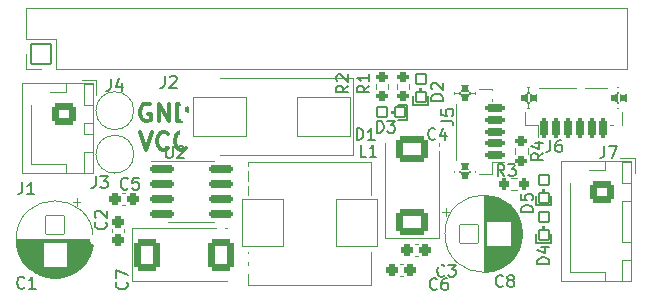
<source format=gbr>
%TF.GenerationSoftware,KiCad,Pcbnew,(6.0.1)*%
%TF.CreationDate,2023-01-01T20:52:33-08:00*%
%TF.ProjectId,RPi-Power R1,5250692d-506f-4776-9572-2052312e6b69,rev?*%
%TF.SameCoordinates,Original*%
%TF.FileFunction,Legend,Top*%
%TF.FilePolarity,Positive*%
%FSLAX46Y46*%
G04 Gerber Fmt 4.6, Leading zero omitted, Abs format (unit mm)*
G04 Created by KiCad (PCBNEW (6.0.1)) date 2023-01-01 20:52:33*
%MOMM*%
%LPD*%
G01*
G04 APERTURE LIST*
G04 Aperture macros list*
%AMRoundRect*
0 Rectangle with rounded corners*
0 $1 Rounding radius*
0 $2 $3 $4 $5 $6 $7 $8 $9 X,Y pos of 4 corners*
0 Add a 4 corners polygon primitive as box body*
4,1,4,$2,$3,$4,$5,$6,$7,$8,$9,$2,$3,0*
0 Add four circle primitives for the rounded corners*
1,1,$1+$1,$2,$3*
1,1,$1+$1,$4,$5*
1,1,$1+$1,$6,$7*
1,1,$1+$1,$8,$9*
0 Add four rect primitives between the rounded corners*
20,1,$1+$1,$2,$3,$4,$5,0*
20,1,$1+$1,$4,$5,$6,$7,0*
20,1,$1+$1,$6,$7,$8,$9,0*
20,1,$1+$1,$8,$9,$2,$3,0*%
G04 Aperture macros list end*
%ADD10C,0.300000*%
%ADD11C,0.150000*%
%ADD12C,0.120000*%
%ADD13RoundRect,0.250000X-0.275000X0.200000X-0.275000X-0.200000X0.275000X-0.200000X0.275000X0.200000X0*%
%ADD14RoundRect,0.250000X-0.200000X-0.275000X0.200000X-0.275000X0.200000X0.275000X-0.200000X0.275000X0*%
%ADD15RoundRect,0.101600X0.400000X0.400000X-0.400000X0.400000X-0.400000X-0.400000X0.400000X-0.400000X0*%
%ADD16RoundRect,0.200000X0.625000X-0.150000X0.625000X0.150000X-0.625000X0.150000X-0.625000X-0.150000X0*%
%ADD17RoundRect,0.300000X0.650000X-0.350000X0.650000X0.350000X-0.650000X0.350000X-0.650000X-0.350000X0*%
%ADD18RoundRect,0.101600X-0.400000X0.400000X-0.400000X-0.400000X0.400000X-0.400000X0.400000X0.400000X0*%
%ADD19RoundRect,0.275000X-0.250000X0.225000X-0.250000X-0.225000X0.250000X-0.225000X0.250000X0.225000X0*%
%ADD20RoundRect,0.050000X-0.800000X-0.800000X0.800000X-0.800000X0.800000X0.800000X-0.800000X0.800000X0*%
%ADD21C,1.700000*%
%ADD22RoundRect,0.200000X-0.150000X-0.625000X0.150000X-0.625000X0.150000X0.625000X-0.150000X0.625000X0*%
%ADD23RoundRect,0.300000X-0.350000X-0.650000X0.350000X-0.650000X0.350000X0.650000X-0.350000X0.650000X0*%
%ADD24RoundRect,0.300000X-0.725000X0.600000X-0.725000X-0.600000X0.725000X-0.600000X0.725000X0.600000X0*%
%ADD25O,2.050000X1.800000*%
%ADD26C,1.300000*%
%ADD27RoundRect,0.050000X0.850000X-0.850000X0.850000X0.850000X-0.850000X0.850000X-0.850000X-0.850000X0*%
%ADD28O,1.800000X1.800000*%
%ADD29RoundRect,0.300000X-0.750000X0.600000X-0.750000X-0.600000X0.750000X-0.600000X0.750000X0.600000X0*%
%ADD30O,2.100000X1.800000*%
%ADD31RoundRect,0.200000X-0.825000X-0.150000X0.825000X-0.150000X0.825000X0.150000X-0.825000X0.150000X0*%
%ADD32RoundRect,0.050000X-1.750000X-2.000000X1.750000X-2.000000X1.750000X2.000000X-1.750000X2.000000X0*%
%ADD33C,2.700000*%
%ADD34RoundRect,0.050000X-2.250000X1.650000X-2.250000X-1.650000X2.250000X-1.650000X2.250000X1.650000X0*%
%ADD35RoundRect,0.300000X-0.787500X-1.025000X0.787500X-1.025000X0.787500X1.025000X-0.787500X1.025000X0*%
%ADD36RoundRect,0.275000X-0.225000X-0.250000X0.225000X-0.250000X0.225000X0.250000X-0.225000X0.250000X0*%
%ADD37RoundRect,0.300000X1.025000X-0.787500X1.025000X0.787500X-1.025000X0.787500X-1.025000X-0.787500X0*%
%ADD38RoundRect,0.050000X-0.800000X0.800000X-0.800000X-0.800000X0.800000X-0.800000X0.800000X0.800000X0*%
%ADD39C,0.900000*%
G04 APERTURE END LIST*
D10*
X11760342Y16029100D02*
X11617485Y16100528D01*
X11403200Y16100528D01*
X11188914Y16029100D01*
X11046057Y15886242D01*
X10974628Y15743385D01*
X10903200Y15457671D01*
X10903200Y15243385D01*
X10974628Y14957671D01*
X11046057Y14814814D01*
X11188914Y14671957D01*
X11403200Y14600528D01*
X11546057Y14600528D01*
X11760342Y14671957D01*
X11831771Y14743385D01*
X11831771Y15243385D01*
X11546057Y15243385D01*
X12474628Y14600528D02*
X12474628Y16100528D01*
X13331771Y14600528D01*
X13331771Y16100528D01*
X14046057Y14600528D02*
X14046057Y16100528D01*
X14403200Y16100528D01*
X14617485Y16029100D01*
X14760342Y15886242D01*
X14831771Y15743385D01*
X14903200Y15457671D01*
X14903200Y15243385D01*
X14831771Y14957671D01*
X14760342Y14814814D01*
X14617485Y14671957D01*
X14403200Y14600528D01*
X14046057Y14600528D01*
X10903200Y13685528D02*
X11403200Y12185528D01*
X11903200Y13685528D01*
X13260342Y12328385D02*
X13188914Y12256957D01*
X12974628Y12185528D01*
X12831771Y12185528D01*
X12617485Y12256957D01*
X12474628Y12399814D01*
X12403200Y12542671D01*
X12331771Y12828385D01*
X12331771Y13042671D01*
X12403200Y13328385D01*
X12474628Y13471242D01*
X12617485Y13614100D01*
X12831771Y13685528D01*
X12974628Y13685528D01*
X13188914Y13614100D01*
X13260342Y13542671D01*
X14760342Y12328385D02*
X14688914Y12256957D01*
X14474628Y12185528D01*
X14331771Y12185528D01*
X14117485Y12256957D01*
X13974628Y12399814D01*
X13903200Y12542671D01*
X13831771Y12828385D01*
X13831771Y13042671D01*
X13903200Y13328385D01*
X13974628Y13471242D01*
X14117485Y13614100D01*
X14331771Y13685528D01*
X14474628Y13685528D01*
X14688914Y13614100D01*
X14760342Y13542671D01*
D11*
%TO.C,R4*%
X45029380Y11898333D02*
X44553190Y11565000D01*
X45029380Y11326904D02*
X44029380Y11326904D01*
X44029380Y11707857D01*
X44077000Y11803095D01*
X44124619Y11850714D01*
X44219857Y11898333D01*
X44362714Y11898333D01*
X44457952Y11850714D01*
X44505571Y11803095D01*
X44553190Y11707857D01*
X44553190Y11326904D01*
X44362714Y12755476D02*
X45029380Y12755476D01*
X43981761Y12517380D02*
X44696047Y12279285D01*
X44696047Y12898333D01*
%TO.C,R3*%
X41743333Y9961619D02*
X41410000Y10437809D01*
X41171904Y9961619D02*
X41171904Y10961619D01*
X41552857Y10961619D01*
X41648095Y10914000D01*
X41695714Y10866380D01*
X41743333Y10771142D01*
X41743333Y10628285D01*
X41695714Y10533047D01*
X41648095Y10485428D01*
X41552857Y10437809D01*
X41171904Y10437809D01*
X42076666Y10961619D02*
X42695714Y10961619D01*
X42362380Y10580666D01*
X42505238Y10580666D01*
X42600476Y10533047D01*
X42648095Y10485428D01*
X42695714Y10390190D01*
X42695714Y10152095D01*
X42648095Y10056857D01*
X42600476Y10009238D01*
X42505238Y9961619D01*
X42219523Y9961619D01*
X42124285Y10009238D01*
X42076666Y10056857D01*
%TO.C,D5*%
X44148380Y6939595D02*
X43148380Y6939595D01*
X43148380Y7177690D01*
X43196000Y7320547D01*
X43291238Y7415785D01*
X43386476Y7463404D01*
X43576952Y7511023D01*
X43719809Y7511023D01*
X43910285Y7463404D01*
X44005523Y7415785D01*
X44100761Y7320547D01*
X44148380Y7177690D01*
X44148380Y6939595D01*
X43148380Y8415785D02*
X43148380Y7939595D01*
X43624571Y7891976D01*
X43576952Y7939595D01*
X43529333Y8034833D01*
X43529333Y8272928D01*
X43576952Y8368166D01*
X43624571Y8415785D01*
X43719809Y8463404D01*
X43957904Y8463404D01*
X44053142Y8415785D01*
X44100761Y8368166D01*
X44148380Y8272928D01*
X44148380Y8034833D01*
X44100761Y7939595D01*
X44053142Y7891976D01*
%TO.C,D4*%
X45545380Y2494595D02*
X44545380Y2494595D01*
X44545380Y2732690D01*
X44593000Y2875547D01*
X44688238Y2970785D01*
X44783476Y3018404D01*
X44973952Y3066023D01*
X45116809Y3066023D01*
X45307285Y3018404D01*
X45402523Y2970785D01*
X45497761Y2875547D01*
X45545380Y2732690D01*
X45545380Y2494595D01*
X44878714Y3923166D02*
X45545380Y3923166D01*
X44497761Y3685071D02*
X45212047Y3446976D01*
X45212047Y4066023D01*
%TO.C,J5*%
X36409380Y14652666D02*
X37123666Y14652666D01*
X37266523Y14605047D01*
X37361761Y14509809D01*
X37409380Y14366952D01*
X37409380Y14271714D01*
X36409380Y15605047D02*
X36409380Y15128857D01*
X36885571Y15081238D01*
X36837952Y15128857D01*
X36790333Y15224095D01*
X36790333Y15462190D01*
X36837952Y15557428D01*
X36885571Y15605047D01*
X36980809Y15652666D01*
X37218904Y15652666D01*
X37314142Y15605047D01*
X37361761Y15557428D01*
X37409380Y15462190D01*
X37409380Y15224095D01*
X37361761Y15128857D01*
X37314142Y15081238D01*
%TO.C,R2*%
X28519380Y17613333D02*
X28043190Y17280000D01*
X28519380Y17041904D02*
X27519380Y17041904D01*
X27519380Y17422857D01*
X27567000Y17518095D01*
X27614619Y17565714D01*
X27709857Y17613333D01*
X27852714Y17613333D01*
X27947952Y17565714D01*
X27995571Y17518095D01*
X28043190Y17422857D01*
X28043190Y17041904D01*
X27614619Y17994285D02*
X27567000Y18041904D01*
X27519380Y18137142D01*
X27519380Y18375238D01*
X27567000Y18470476D01*
X27614619Y18518095D01*
X27709857Y18565714D01*
X27805095Y18565714D01*
X27947952Y18518095D01*
X28519380Y17946666D01*
X28519380Y18565714D01*
%TO.C,R1*%
X30297380Y17613333D02*
X29821190Y17280000D01*
X30297380Y17041904D02*
X29297380Y17041904D01*
X29297380Y17422857D01*
X29345000Y17518095D01*
X29392619Y17565714D01*
X29487857Y17613333D01*
X29630714Y17613333D01*
X29725952Y17565714D01*
X29773571Y17518095D01*
X29821190Y17422857D01*
X29821190Y17041904D01*
X30297380Y18565714D02*
X30297380Y17994285D01*
X30297380Y18280000D02*
X29297380Y18280000D01*
X29440238Y18184761D01*
X29535476Y18089523D01*
X29583095Y17994285D01*
%TO.C,D3*%
X30942595Y13636619D02*
X30942595Y14636619D01*
X31180690Y14636619D01*
X31323547Y14589000D01*
X31418785Y14493761D01*
X31466404Y14398523D01*
X31514023Y14208047D01*
X31514023Y14065190D01*
X31466404Y13874714D01*
X31418785Y13779476D01*
X31323547Y13684238D01*
X31180690Y13636619D01*
X30942595Y13636619D01*
X31847357Y14636619D02*
X32466404Y14636619D01*
X32133071Y14255666D01*
X32275928Y14255666D01*
X32371166Y14208047D01*
X32418785Y14160428D01*
X32466404Y14065190D01*
X32466404Y13827095D01*
X32418785Y13731857D01*
X32371166Y13684238D01*
X32275928Y13636619D01*
X31990214Y13636619D01*
X31894976Y13684238D01*
X31847357Y13731857D01*
%TO.C,D2*%
X36528380Y16349214D02*
X35528380Y16349214D01*
X35528380Y16587309D01*
X35576000Y16730166D01*
X35671238Y16825404D01*
X35766476Y16873023D01*
X35956952Y16920642D01*
X36099809Y16920642D01*
X36290285Y16873023D01*
X36385523Y16825404D01*
X36480761Y16730166D01*
X36528380Y16587309D01*
X36528380Y16349214D01*
X35623619Y17301595D02*
X35576000Y17349214D01*
X35528380Y17444452D01*
X35528380Y17682547D01*
X35576000Y17777785D01*
X35623619Y17825404D01*
X35718857Y17873023D01*
X35814095Y17873023D01*
X35956952Y17825404D01*
X36528380Y17253976D01*
X36528380Y17873023D01*
%TO.C,C2*%
X7977142Y6056333D02*
X8024761Y6008714D01*
X8072380Y5865857D01*
X8072380Y5770619D01*
X8024761Y5627761D01*
X7929523Y5532523D01*
X7834285Y5484904D01*
X7643809Y5437285D01*
X7500952Y5437285D01*
X7310476Y5484904D01*
X7215238Y5532523D01*
X7120000Y5627761D01*
X7072380Y5770619D01*
X7072380Y5865857D01*
X7120000Y6008714D01*
X7167619Y6056333D01*
X7167619Y6437285D02*
X7120000Y6484904D01*
X7072380Y6580142D01*
X7072380Y6818238D01*
X7120000Y6913476D01*
X7167619Y6961095D01*
X7262857Y7008714D01*
X7358095Y7008714D01*
X7500952Y6961095D01*
X8072380Y6389666D01*
X8072380Y7008714D01*
%TO.C,C8*%
X41616333Y658857D02*
X41568714Y611238D01*
X41425857Y563619D01*
X41330619Y563619D01*
X41187761Y611238D01*
X41092523Y706476D01*
X41044904Y801714D01*
X40997285Y992190D01*
X40997285Y1135047D01*
X41044904Y1325523D01*
X41092523Y1420761D01*
X41187761Y1516000D01*
X41330619Y1563619D01*
X41425857Y1563619D01*
X41568714Y1516000D01*
X41616333Y1468380D01*
X42187761Y1135047D02*
X42092523Y1182666D01*
X42044904Y1230285D01*
X41997285Y1325523D01*
X41997285Y1373142D01*
X42044904Y1468380D01*
X42092523Y1516000D01*
X42187761Y1563619D01*
X42378238Y1563619D01*
X42473476Y1516000D01*
X42521095Y1468380D01*
X42568714Y1373142D01*
X42568714Y1325523D01*
X42521095Y1230285D01*
X42473476Y1182666D01*
X42378238Y1135047D01*
X42187761Y1135047D01*
X42092523Y1087428D01*
X42044904Y1039809D01*
X41997285Y944571D01*
X41997285Y754095D01*
X42044904Y658857D01*
X42092523Y611238D01*
X42187761Y563619D01*
X42378238Y563619D01*
X42473476Y611238D01*
X42521095Y658857D01*
X42568714Y754095D01*
X42568714Y944571D01*
X42521095Y1039809D01*
X42473476Y1087428D01*
X42378238Y1135047D01*
%TO.C,J6*%
X45640666Y12993619D02*
X45640666Y12279333D01*
X45593047Y12136476D01*
X45497809Y12041238D01*
X45354952Y11993619D01*
X45259714Y11993619D01*
X46545428Y12993619D02*
X46354952Y12993619D01*
X46259714Y12946000D01*
X46212095Y12898380D01*
X46116857Y12755523D01*
X46069238Y12565047D01*
X46069238Y12184095D01*
X46116857Y12088857D01*
X46164476Y12041238D01*
X46259714Y11993619D01*
X46450190Y11993619D01*
X46545428Y12041238D01*
X46593047Y12088857D01*
X46640666Y12184095D01*
X46640666Y12422190D01*
X46593047Y12517428D01*
X46545428Y12565047D01*
X46450190Y12612666D01*
X46259714Y12612666D01*
X46164476Y12565047D01*
X46116857Y12517428D01*
X46069238Y12422190D01*
%TO.C,J7*%
X50212666Y12485619D02*
X50212666Y11771333D01*
X50165047Y11628476D01*
X50069809Y11533238D01*
X49926952Y11485619D01*
X49831714Y11485619D01*
X50593619Y12485619D02*
X51260285Y12485619D01*
X50831714Y11485619D01*
%TO.C,J2*%
X13001666Y18454619D02*
X13001666Y17740333D01*
X12954047Y17597476D01*
X12858809Y17502238D01*
X12715952Y17454619D01*
X12620714Y17454619D01*
X13430238Y18359380D02*
X13477857Y18407000D01*
X13573095Y18454619D01*
X13811190Y18454619D01*
X13906428Y18407000D01*
X13954047Y18359380D01*
X14001666Y18264142D01*
X14001666Y18168904D01*
X13954047Y18026047D01*
X13382619Y17454619D01*
X14001666Y17454619D01*
%TO.C,J1*%
X936666Y9437619D02*
X936666Y8723333D01*
X889047Y8580476D01*
X793809Y8485238D01*
X650952Y8437619D01*
X555714Y8437619D01*
X1936666Y8437619D02*
X1365238Y8437619D01*
X1650952Y8437619D02*
X1650952Y9437619D01*
X1555714Y9294761D01*
X1460476Y9199523D01*
X1365238Y9151904D01*
%TO.C,U2*%
X13081095Y12485619D02*
X13081095Y11676095D01*
X13128714Y11580857D01*
X13176333Y11533238D01*
X13271571Y11485619D01*
X13462047Y11485619D01*
X13557285Y11533238D01*
X13604904Y11580857D01*
X13652523Y11676095D01*
X13652523Y12485619D01*
X14081095Y12390380D02*
X14128714Y12438000D01*
X14223952Y12485619D01*
X14462047Y12485619D01*
X14557285Y12438000D01*
X14604904Y12390380D01*
X14652523Y12295142D01*
X14652523Y12199904D01*
X14604904Y12057047D01*
X14033476Y11485619D01*
X14652523Y11485619D01*
%TO.C,L1*%
X30059333Y11612619D02*
X29583142Y11612619D01*
X29583142Y12612619D01*
X30916476Y11612619D02*
X30345047Y11612619D01*
X30630761Y11612619D02*
X30630761Y12612619D01*
X30535523Y12469761D01*
X30440285Y12374523D01*
X30345047Y12326904D01*
%TO.C,J4*%
X8429666Y18200619D02*
X8429666Y17486333D01*
X8382047Y17343476D01*
X8286809Y17248238D01*
X8143952Y17200619D01*
X8048714Y17200619D01*
X9334428Y17867285D02*
X9334428Y17200619D01*
X9096333Y18248238D02*
X8858238Y17533952D01*
X9477285Y17533952D01*
%TO.C,J3*%
X7159666Y9945619D02*
X7159666Y9231333D01*
X7112047Y9088476D01*
X7016809Y8993238D01*
X6873952Y8945619D01*
X6778714Y8945619D01*
X7540619Y9945619D02*
X8159666Y9945619D01*
X7826333Y9564666D01*
X7969190Y9564666D01*
X8064428Y9517047D01*
X8112047Y9469428D01*
X8159666Y9374190D01*
X8159666Y9136095D01*
X8112047Y9040857D01*
X8064428Y8993238D01*
X7969190Y8945619D01*
X7683476Y8945619D01*
X7588238Y8993238D01*
X7540619Y9040857D01*
%TO.C,D1*%
X29233904Y13009619D02*
X29233904Y14009619D01*
X29472000Y14009619D01*
X29614857Y13962000D01*
X29710095Y13866761D01*
X29757714Y13771523D01*
X29805333Y13581047D01*
X29805333Y13438190D01*
X29757714Y13247714D01*
X29710095Y13152476D01*
X29614857Y13057238D01*
X29472000Y13009619D01*
X29233904Y13009619D01*
X30757714Y13009619D02*
X30186285Y13009619D01*
X30472000Y13009619D02*
X30472000Y14009619D01*
X30376761Y13866761D01*
X30281523Y13771523D01*
X30186285Y13723904D01*
%TO.C,C7*%
X9755142Y976333D02*
X9802761Y928714D01*
X9850380Y785857D01*
X9850380Y690619D01*
X9802761Y547761D01*
X9707523Y452523D01*
X9612285Y404904D01*
X9421809Y357285D01*
X9278952Y357285D01*
X9088476Y404904D01*
X8993238Y452523D01*
X8898000Y547761D01*
X8850380Y690619D01*
X8850380Y785857D01*
X8898000Y928714D01*
X8945619Y976333D01*
X8850380Y1309666D02*
X8850380Y1976333D01*
X9850380Y1547761D01*
%TO.C,C6*%
X36028333Y404857D02*
X35980714Y357238D01*
X35837857Y309619D01*
X35742619Y309619D01*
X35599761Y357238D01*
X35504523Y452476D01*
X35456904Y547714D01*
X35409285Y738190D01*
X35409285Y881047D01*
X35456904Y1071523D01*
X35504523Y1166761D01*
X35599761Y1262000D01*
X35742619Y1309619D01*
X35837857Y1309619D01*
X35980714Y1262000D01*
X36028333Y1214380D01*
X36885476Y1309619D02*
X36695000Y1309619D01*
X36599761Y1262000D01*
X36552142Y1214380D01*
X36456904Y1071523D01*
X36409285Y881047D01*
X36409285Y500095D01*
X36456904Y404857D01*
X36504523Y357238D01*
X36599761Y309619D01*
X36790238Y309619D01*
X36885476Y357238D01*
X36933095Y404857D01*
X36980714Y500095D01*
X36980714Y738190D01*
X36933095Y833428D01*
X36885476Y881047D01*
X36790238Y928666D01*
X36599761Y928666D01*
X36504523Y881047D01*
X36456904Y833428D01*
X36409285Y738190D01*
%TO.C,C5*%
X9866333Y8913857D02*
X9818714Y8866238D01*
X9675857Y8818619D01*
X9580619Y8818619D01*
X9437761Y8866238D01*
X9342523Y8961476D01*
X9294904Y9056714D01*
X9247285Y9247190D01*
X9247285Y9390047D01*
X9294904Y9580523D01*
X9342523Y9675761D01*
X9437761Y9771000D01*
X9580619Y9818619D01*
X9675857Y9818619D01*
X9818714Y9771000D01*
X9866333Y9723380D01*
X10771095Y9818619D02*
X10294904Y9818619D01*
X10247285Y9342428D01*
X10294904Y9390047D01*
X10390142Y9437666D01*
X10628238Y9437666D01*
X10723476Y9390047D01*
X10771095Y9342428D01*
X10818714Y9247190D01*
X10818714Y9009095D01*
X10771095Y8913857D01*
X10723476Y8866238D01*
X10628238Y8818619D01*
X10390142Y8818619D01*
X10294904Y8866238D01*
X10247285Y8913857D01*
%TO.C,C4*%
X35901333Y13104857D02*
X35853714Y13057238D01*
X35710857Y13009619D01*
X35615619Y13009619D01*
X35472761Y13057238D01*
X35377523Y13152476D01*
X35329904Y13247714D01*
X35282285Y13438190D01*
X35282285Y13581047D01*
X35329904Y13771523D01*
X35377523Y13866761D01*
X35472761Y13962000D01*
X35615619Y14009619D01*
X35710857Y14009619D01*
X35853714Y13962000D01*
X35901333Y13914380D01*
X36758476Y13676285D02*
X36758476Y13009619D01*
X36520380Y14057238D02*
X36282285Y13342952D01*
X36901333Y13342952D01*
%TO.C,C3*%
X36663333Y1547857D02*
X36615714Y1500238D01*
X36472857Y1452619D01*
X36377619Y1452619D01*
X36234761Y1500238D01*
X36139523Y1595476D01*
X36091904Y1690714D01*
X36044285Y1881190D01*
X36044285Y2024047D01*
X36091904Y2214523D01*
X36139523Y2309761D01*
X36234761Y2405000D01*
X36377619Y2452619D01*
X36472857Y2452619D01*
X36615714Y2405000D01*
X36663333Y2357380D01*
X36996666Y2452619D02*
X37615714Y2452619D01*
X37282380Y2071666D01*
X37425238Y2071666D01*
X37520476Y2024047D01*
X37568095Y1976428D01*
X37615714Y1881190D01*
X37615714Y1643095D01*
X37568095Y1547857D01*
X37520476Y1500238D01*
X37425238Y1452619D01*
X37139523Y1452619D01*
X37044285Y1500238D01*
X36996666Y1547857D01*
%TO.C,C1*%
X1103333Y531857D02*
X1055714Y484238D01*
X912857Y436619D01*
X817619Y436619D01*
X674761Y484238D01*
X579523Y579476D01*
X531904Y674714D01*
X484285Y865190D01*
X484285Y1008047D01*
X531904Y1198523D01*
X579523Y1293761D01*
X674761Y1389000D01*
X817619Y1436619D01*
X912857Y1436619D01*
X1055714Y1389000D01*
X1103333Y1341380D01*
X2055714Y436619D02*
X1484285Y436619D01*
X1770000Y436619D02*
X1770000Y1436619D01*
X1674761Y1293761D01*
X1579523Y1198523D01*
X1484285Y1150904D01*
D12*
%TO.C,R4*%
X43702500Y12302258D02*
X43702500Y11827742D01*
X42657500Y12302258D02*
X42657500Y11827742D01*
%TO.C,R3*%
X42307742Y8748500D02*
X42782258Y8748500D01*
X42307742Y9793500D02*
X42782258Y9793500D01*
D11*
%TO.C,D5*%
X44450000Y7493000D02*
X44450000Y8255000D01*
X45720000Y7493000D02*
X44450000Y7493000D01*
X45720000Y8255000D02*
X45720000Y7493000D01*
G36*
X45210000Y8640000D02*
G01*
X44960000Y8640000D01*
X44960000Y8890000D01*
X45210000Y8890000D01*
X45210000Y8640000D01*
G37*
%TO.C,D4*%
G36*
X45210000Y5465000D02*
G01*
X44960000Y5465000D01*
X44960000Y5715000D01*
X45210000Y5715000D01*
X45210000Y5465000D01*
G37*
X45720000Y5080000D02*
X45720000Y4318000D01*
X45720000Y4318000D02*
X44450000Y4318000D01*
X44450000Y4318000D02*
X44450000Y5080000D01*
D12*
%TO.C,J5*%
X39584000Y10106000D02*
X40734000Y10106000D01*
X40734000Y17326000D02*
X40734000Y16276000D01*
X40734000Y11156000D02*
X41724000Y11156000D01*
X40734000Y10106000D02*
X40734000Y11156000D01*
X37614000Y11276000D02*
X37614000Y16156000D01*
X39584000Y17326000D02*
X40734000Y17326000D01*
%TO.C,R2*%
X30846500Y17763258D02*
X30846500Y17288742D01*
X31891500Y17763258D02*
X31891500Y17288742D01*
%TO.C,R1*%
X32624500Y17763258D02*
X32624500Y17288742D01*
X33669500Y17763258D02*
X33669500Y17288742D01*
%TO.C,D3*%
G36*
X32381000Y15242000D02*
G01*
X32131000Y15242000D01*
X32131000Y15492000D01*
X32381000Y15492000D01*
X32381000Y15242000D01*
G37*
D11*
X32766000Y16002000D02*
X33528000Y16002000D01*
X33528000Y16002000D02*
X33528000Y14732000D01*
X33528000Y14732000D02*
X32766000Y14732000D01*
%TO.C,D2*%
G36*
X34796000Y17137000D02*
G01*
X34546000Y17137000D01*
X34546000Y17387000D01*
X34796000Y17387000D01*
X34796000Y17137000D01*
G37*
X35306000Y16752000D02*
X35306000Y15990000D01*
X35306000Y15990000D02*
X34036000Y15990000D01*
X34036000Y15990000D02*
X34036000Y16752000D01*
D12*
%TO.C,C2*%
X8507000Y5474580D02*
X8507000Y5193420D01*
X9527000Y5474580D02*
X9527000Y5193420D01*
%TO.C,C8*%
X43255000Y5080000D02*
G75*
G03*
X43255000Y5080000I-3270000J0D01*
G01*
X39985000Y8310000D02*
X39985000Y1850000D01*
X40025000Y8310000D02*
X40025000Y1850000D01*
X40065000Y8310000D02*
X40065000Y1850000D01*
X40105000Y8308000D02*
X40105000Y1852000D01*
X40145000Y8307000D02*
X40145000Y1853000D01*
X40185000Y8304000D02*
X40185000Y1856000D01*
X40225000Y8302000D02*
X40225000Y6120000D01*
X40225000Y4040000D02*
X40225000Y1858000D01*
X40265000Y8298000D02*
X40265000Y6120000D01*
X40265000Y4040000D02*
X40265000Y1862000D01*
X40305000Y8295000D02*
X40305000Y6120000D01*
X40305000Y4040000D02*
X40305000Y1865000D01*
X40345000Y8291000D02*
X40345000Y6120000D01*
X40345000Y4040000D02*
X40345000Y1869000D01*
X40385000Y8286000D02*
X40385000Y6120000D01*
X40385000Y4040000D02*
X40385000Y1874000D01*
X40425000Y8281000D02*
X40425000Y6120000D01*
X40425000Y4040000D02*
X40425000Y1879000D01*
X40465000Y8275000D02*
X40465000Y6120000D01*
X40465000Y4040000D02*
X40465000Y1885000D01*
X40505000Y8269000D02*
X40505000Y6120000D01*
X40505000Y4040000D02*
X40505000Y1891000D01*
X40545000Y8262000D02*
X40545000Y6120000D01*
X40545000Y4040000D02*
X40545000Y1898000D01*
X40585000Y8255000D02*
X40585000Y6120000D01*
X40585000Y4040000D02*
X40585000Y1905000D01*
X40625000Y8247000D02*
X40625000Y6120000D01*
X40625000Y4040000D02*
X40625000Y1913000D01*
X40665000Y8239000D02*
X40665000Y6120000D01*
X40665000Y4040000D02*
X40665000Y1921000D01*
X40706000Y8230000D02*
X40706000Y6120000D01*
X40706000Y4040000D02*
X40706000Y1930000D01*
X40746000Y8221000D02*
X40746000Y6120000D01*
X40746000Y4040000D02*
X40746000Y1939000D01*
X40786000Y8211000D02*
X40786000Y6120000D01*
X40786000Y4040000D02*
X40786000Y1949000D01*
X40826000Y8201000D02*
X40826000Y6120000D01*
X40826000Y4040000D02*
X40826000Y1959000D01*
X40866000Y8190000D02*
X40866000Y6120000D01*
X40866000Y4040000D02*
X40866000Y1970000D01*
X40906000Y8178000D02*
X40906000Y6120000D01*
X40906000Y4040000D02*
X40906000Y1982000D01*
X40946000Y8166000D02*
X40946000Y6120000D01*
X40946000Y4040000D02*
X40946000Y1994000D01*
X40986000Y8154000D02*
X40986000Y6120000D01*
X40986000Y4040000D02*
X40986000Y2006000D01*
X41026000Y8141000D02*
X41026000Y6120000D01*
X41026000Y4040000D02*
X41026000Y2019000D01*
X41066000Y8127000D02*
X41066000Y6120000D01*
X41066000Y4040000D02*
X41066000Y2033000D01*
X41106000Y8113000D02*
X41106000Y6120000D01*
X41106000Y4040000D02*
X41106000Y2047000D01*
X41146000Y8098000D02*
X41146000Y6120000D01*
X41146000Y4040000D02*
X41146000Y2062000D01*
X41186000Y8082000D02*
X41186000Y6120000D01*
X41186000Y4040000D02*
X41186000Y2078000D01*
X41226000Y8066000D02*
X41226000Y6120000D01*
X41226000Y4040000D02*
X41226000Y2094000D01*
X41266000Y8050000D02*
X41266000Y6120000D01*
X41266000Y4040000D02*
X41266000Y2110000D01*
X41306000Y8032000D02*
X41306000Y6120000D01*
X41306000Y4040000D02*
X41306000Y2128000D01*
X41346000Y8014000D02*
X41346000Y6120000D01*
X41346000Y4040000D02*
X41346000Y2146000D01*
X41386000Y7996000D02*
X41386000Y6120000D01*
X41386000Y4040000D02*
X41386000Y2164000D01*
X41426000Y7976000D02*
X41426000Y6120000D01*
X41426000Y4040000D02*
X41426000Y2184000D01*
X41466000Y7956000D02*
X41466000Y6120000D01*
X41466000Y4040000D02*
X41466000Y2204000D01*
X41506000Y7936000D02*
X41506000Y6120000D01*
X41506000Y4040000D02*
X41506000Y2224000D01*
X41546000Y7914000D02*
X41546000Y6120000D01*
X41546000Y4040000D02*
X41546000Y2246000D01*
X41586000Y7892000D02*
X41586000Y6120000D01*
X41586000Y4040000D02*
X41586000Y2268000D01*
X41626000Y7870000D02*
X41626000Y6120000D01*
X41626000Y4040000D02*
X41626000Y2290000D01*
X41666000Y7846000D02*
X41666000Y6120000D01*
X41666000Y4040000D02*
X41666000Y2314000D01*
X41706000Y7822000D02*
X41706000Y6120000D01*
X41706000Y4040000D02*
X41706000Y2338000D01*
X41746000Y7796000D02*
X41746000Y6120000D01*
X41746000Y4040000D02*
X41746000Y2364000D01*
X41786000Y7770000D02*
X41786000Y6120000D01*
X41786000Y4040000D02*
X41786000Y2390000D01*
X41826000Y7744000D02*
X41826000Y6120000D01*
X41826000Y4040000D02*
X41826000Y2416000D01*
X41866000Y7716000D02*
X41866000Y6120000D01*
X41866000Y4040000D02*
X41866000Y2444000D01*
X41906000Y7687000D02*
X41906000Y6120000D01*
X41906000Y4040000D02*
X41906000Y2473000D01*
X41946000Y7658000D02*
X41946000Y6120000D01*
X41946000Y4040000D02*
X41946000Y2502000D01*
X41986000Y7628000D02*
X41986000Y6120000D01*
X41986000Y4040000D02*
X41986000Y2532000D01*
X42026000Y7596000D02*
X42026000Y6120000D01*
X42026000Y4040000D02*
X42026000Y2564000D01*
X42066000Y7564000D02*
X42066000Y6120000D01*
X42066000Y4040000D02*
X42066000Y2596000D01*
X42106000Y7530000D02*
X42106000Y6120000D01*
X42106000Y4040000D02*
X42106000Y2630000D01*
X42146000Y7496000D02*
X42146000Y6120000D01*
X42146000Y4040000D02*
X42146000Y2664000D01*
X42186000Y7460000D02*
X42186000Y6120000D01*
X42186000Y4040000D02*
X42186000Y2700000D01*
X42226000Y7423000D02*
X42226000Y6120000D01*
X42226000Y4040000D02*
X42226000Y2737000D01*
X42266000Y7385000D02*
X42266000Y6120000D01*
X42266000Y4040000D02*
X42266000Y2775000D01*
X42306000Y7345000D02*
X42306000Y2815000D01*
X42346000Y7304000D02*
X42346000Y2856000D01*
X42386000Y7262000D02*
X42386000Y2898000D01*
X42426000Y7217000D02*
X42426000Y2943000D01*
X42466000Y7172000D02*
X42466000Y2988000D01*
X42506000Y7124000D02*
X42506000Y3036000D01*
X42546000Y7075000D02*
X42546000Y3085000D01*
X42586000Y7024000D02*
X42586000Y3136000D01*
X42626000Y6970000D02*
X42626000Y3190000D01*
X42666000Y6914000D02*
X42666000Y3246000D01*
X42706000Y6856000D02*
X42706000Y3304000D01*
X42746000Y6794000D02*
X42746000Y3366000D01*
X42786000Y6730000D02*
X42786000Y3430000D01*
X42826000Y6661000D02*
X42826000Y3499000D01*
X42866000Y6589000D02*
X42866000Y3571000D01*
X42906000Y6512000D02*
X42906000Y3648000D01*
X42946000Y6430000D02*
X42946000Y3730000D01*
X42986000Y6342000D02*
X42986000Y3818000D01*
X43026000Y6245000D02*
X43026000Y3915000D01*
X43066000Y6139000D02*
X43066000Y4021000D01*
X43106000Y6020000D02*
X43106000Y4140000D01*
X43146000Y5882000D02*
X43146000Y4278000D01*
X43186000Y5713000D02*
X43186000Y4447000D01*
X43226000Y5482000D02*
X43226000Y4678000D01*
X36484759Y6919000D02*
X37114759Y6919000D01*
X36799759Y7234000D02*
X36799759Y6604000D01*
%TO.C,J6*%
X43515000Y15407000D02*
X43515000Y14257000D01*
X43515000Y14257000D02*
X44565000Y14257000D01*
X44565000Y14257000D02*
X44565000Y13267000D01*
X51735000Y15407000D02*
X51735000Y14257000D01*
X51735000Y14257000D02*
X50685000Y14257000D01*
X44685000Y17377000D02*
X50565000Y17377000D01*
%TO.C,J7*%
X52498000Y11196000D02*
X46528000Y11196000D01*
X46528000Y11196000D02*
X46528000Y1076000D01*
X46528000Y1076000D02*
X52498000Y1076000D01*
X52498000Y1076000D02*
X52498000Y11196000D01*
X52488000Y7886000D02*
X51738000Y7886000D01*
X51738000Y7886000D02*
X51738000Y4386000D01*
X51738000Y4386000D02*
X52488000Y4386000D01*
X52488000Y4386000D02*
X52488000Y7886000D01*
X52488000Y11186000D02*
X51738000Y11186000D01*
X51738000Y11186000D02*
X51738000Y9386000D01*
X51738000Y9386000D02*
X52488000Y9386000D01*
X52488000Y9386000D02*
X52488000Y11186000D01*
X52488000Y2886000D02*
X51738000Y2886000D01*
X51738000Y2886000D02*
X51738000Y1086000D01*
X51738000Y1086000D02*
X52488000Y1086000D01*
X52488000Y1086000D02*
X52488000Y2886000D01*
X50238000Y11186000D02*
X50238000Y10436000D01*
X50238000Y10436000D02*
X48898000Y10436000D01*
X47288000Y6136000D02*
X47288000Y9376000D01*
X50238000Y1086000D02*
X50238000Y1836000D01*
X50238000Y1836000D02*
X47288000Y1836000D01*
X47288000Y1836000D02*
X47288000Y6136000D01*
X52788000Y10236000D02*
X52788000Y11486000D01*
X52788000Y11486000D02*
X51538000Y11486000D01*
%TO.C,J2*%
X52130000Y18990000D02*
X52130000Y24190000D01*
X3810000Y18990000D02*
X52130000Y18990000D01*
X1210000Y24190000D02*
X52130000Y24190000D01*
X3810000Y18990000D02*
X3810000Y21590000D01*
X3810000Y21590000D02*
X1210000Y21590000D01*
X1210000Y21590000D02*
X1210000Y24190000D01*
X2540000Y18990000D02*
X1210000Y18990000D01*
X1210000Y18990000D02*
X1210000Y20320000D01*
%TO.C,J1*%
X6905000Y17800000D02*
X935000Y17800000D01*
X935000Y17800000D02*
X935000Y10180000D01*
X935000Y10180000D02*
X6905000Y10180000D01*
X6905000Y10180000D02*
X6905000Y17800000D01*
X6895000Y14490000D02*
X6145000Y14490000D01*
X6145000Y14490000D02*
X6145000Y13490000D01*
X6145000Y13490000D02*
X6895000Y13490000D01*
X6895000Y13490000D02*
X6895000Y14490000D01*
X6895000Y17790000D02*
X6145000Y17790000D01*
X6145000Y17790000D02*
X6145000Y15990000D01*
X6145000Y15990000D02*
X6895000Y15990000D01*
X6895000Y15990000D02*
X6895000Y17790000D01*
X6895000Y11990000D02*
X6145000Y11990000D01*
X6145000Y11990000D02*
X6145000Y10190000D01*
X6145000Y10190000D02*
X6895000Y10190000D01*
X6895000Y10190000D02*
X6895000Y11990000D01*
X4645000Y17790000D02*
X4645000Y17040000D01*
X4645000Y17040000D02*
X3305000Y17040000D01*
X1695000Y13990000D02*
X1695000Y15980000D01*
X4645000Y10190000D02*
X4645000Y10940000D01*
X4645000Y10940000D02*
X1695000Y10940000D01*
X1695000Y10940000D02*
X1695000Y13990000D01*
X7195000Y16840000D02*
X7195000Y18090000D01*
X7195000Y18090000D02*
X5945000Y18090000D01*
%TO.C,U2*%
X15240000Y6076000D02*
X17190000Y6076000D01*
X15240000Y6076000D02*
X13290000Y6076000D01*
X15240000Y11196000D02*
X17190000Y11196000D01*
X15240000Y11196000D02*
X11790000Y11196000D01*
%TO.C,L1*%
X20073000Y3569000D02*
X20073000Y769000D01*
X20073000Y769000D02*
X30473000Y769000D01*
X30473000Y769000D02*
X30473000Y3569000D01*
X20073000Y8369000D02*
X20073000Y11169000D01*
X20073000Y11169000D02*
X30473000Y11169000D01*
X30473000Y11169000D02*
X30473000Y8369000D01*
%TO.C,J4*%
X10363781Y15494000D02*
G75*
G03*
X10363781Y15494000I-1600781J0D01*
G01*
%TO.C,J3*%
X10363781Y11811000D02*
G75*
G03*
X10363781Y11811000I-1600781J0D01*
G01*
%TO.C,D1*%
X28898000Y18236000D02*
X28898000Y11736000D01*
X28898000Y18236000D02*
X17698000Y18236000D01*
X28898000Y11736000D02*
X17698000Y11736000D01*
%TO.C,C7*%
X18255000Y5562000D02*
X10195000Y5562000D01*
X10195000Y5562000D02*
X10195000Y1042000D01*
X10195000Y1042000D02*
X18255000Y1042000D01*
%TO.C,C6*%
X32879420Y2542000D02*
X33160580Y2542000D01*
X32879420Y1522000D02*
X33160580Y1522000D01*
%TO.C,C5*%
X9384420Y8511000D02*
X9665580Y8511000D01*
X9384420Y7491000D02*
X9665580Y7491000D01*
%TO.C,C4*%
X31649000Y12794000D02*
X31649000Y4734000D01*
X31649000Y4734000D02*
X36169000Y4734000D01*
X36169000Y4734000D02*
X36169000Y12794000D01*
%TO.C,C3*%
X34149420Y4193000D02*
X34430580Y4193000D01*
X34149420Y3173000D02*
X34430580Y3173000D01*
%TO.C,C1*%
X6953000Y4592000D02*
G75*
G03*
X6953000Y4592000I-3270000J0D01*
G01*
X6913000Y4592000D02*
X453000Y4592000D01*
X6913000Y4552000D02*
X453000Y4552000D01*
X6913000Y4512000D02*
X453000Y4512000D01*
X6911000Y4472000D02*
X455000Y4472000D01*
X6910000Y4432000D02*
X456000Y4432000D01*
X6907000Y4392000D02*
X459000Y4392000D01*
X6905000Y4352000D02*
X4723000Y4352000D01*
X2643000Y4352000D02*
X461000Y4352000D01*
X6901000Y4312000D02*
X4723000Y4312000D01*
X2643000Y4312000D02*
X465000Y4312000D01*
X6898000Y4272000D02*
X4723000Y4272000D01*
X2643000Y4272000D02*
X468000Y4272000D01*
X6894000Y4232000D02*
X4723000Y4232000D01*
X2643000Y4232000D02*
X472000Y4232000D01*
X6889000Y4192000D02*
X4723000Y4192000D01*
X2643000Y4192000D02*
X477000Y4192000D01*
X6884000Y4152000D02*
X4723000Y4152000D01*
X2643000Y4152000D02*
X482000Y4152000D01*
X6878000Y4112000D02*
X4723000Y4112000D01*
X2643000Y4112000D02*
X488000Y4112000D01*
X6872000Y4072000D02*
X4723000Y4072000D01*
X2643000Y4072000D02*
X494000Y4072000D01*
X6865000Y4032000D02*
X4723000Y4032000D01*
X2643000Y4032000D02*
X501000Y4032000D01*
X6858000Y3992000D02*
X4723000Y3992000D01*
X2643000Y3992000D02*
X508000Y3992000D01*
X6850000Y3952000D02*
X4723000Y3952000D01*
X2643000Y3952000D02*
X516000Y3952000D01*
X6842000Y3912000D02*
X4723000Y3912000D01*
X2643000Y3912000D02*
X524000Y3912000D01*
X6833000Y3871000D02*
X4723000Y3871000D01*
X2643000Y3871000D02*
X533000Y3871000D01*
X6824000Y3831000D02*
X4723000Y3831000D01*
X2643000Y3831000D02*
X542000Y3831000D01*
X6814000Y3791000D02*
X4723000Y3791000D01*
X2643000Y3791000D02*
X552000Y3791000D01*
X6804000Y3751000D02*
X4723000Y3751000D01*
X2643000Y3751000D02*
X562000Y3751000D01*
X6793000Y3711000D02*
X4723000Y3711000D01*
X2643000Y3711000D02*
X573000Y3711000D01*
X6781000Y3671000D02*
X4723000Y3671000D01*
X2643000Y3671000D02*
X585000Y3671000D01*
X6769000Y3631000D02*
X4723000Y3631000D01*
X2643000Y3631000D02*
X597000Y3631000D01*
X6757000Y3591000D02*
X4723000Y3591000D01*
X2643000Y3591000D02*
X609000Y3591000D01*
X6744000Y3551000D02*
X4723000Y3551000D01*
X2643000Y3551000D02*
X622000Y3551000D01*
X6730000Y3511000D02*
X4723000Y3511000D01*
X2643000Y3511000D02*
X636000Y3511000D01*
X6716000Y3471000D02*
X4723000Y3471000D01*
X2643000Y3471000D02*
X650000Y3471000D01*
X6701000Y3431000D02*
X4723000Y3431000D01*
X2643000Y3431000D02*
X665000Y3431000D01*
X6685000Y3391000D02*
X4723000Y3391000D01*
X2643000Y3391000D02*
X681000Y3391000D01*
X6669000Y3351000D02*
X4723000Y3351000D01*
X2643000Y3351000D02*
X697000Y3351000D01*
X6653000Y3311000D02*
X4723000Y3311000D01*
X2643000Y3311000D02*
X713000Y3311000D01*
X6635000Y3271000D02*
X4723000Y3271000D01*
X2643000Y3271000D02*
X731000Y3271000D01*
X6617000Y3231000D02*
X4723000Y3231000D01*
X2643000Y3231000D02*
X749000Y3231000D01*
X6599000Y3191000D02*
X4723000Y3191000D01*
X2643000Y3191000D02*
X767000Y3191000D01*
X6579000Y3151000D02*
X4723000Y3151000D01*
X2643000Y3151000D02*
X787000Y3151000D01*
X6559000Y3111000D02*
X4723000Y3111000D01*
X2643000Y3111000D02*
X807000Y3111000D01*
X6539000Y3071000D02*
X4723000Y3071000D01*
X2643000Y3071000D02*
X827000Y3071000D01*
X6517000Y3031000D02*
X4723000Y3031000D01*
X2643000Y3031000D02*
X849000Y3031000D01*
X6495000Y2991000D02*
X4723000Y2991000D01*
X2643000Y2991000D02*
X871000Y2991000D01*
X6473000Y2951000D02*
X4723000Y2951000D01*
X2643000Y2951000D02*
X893000Y2951000D01*
X6449000Y2911000D02*
X4723000Y2911000D01*
X2643000Y2911000D02*
X917000Y2911000D01*
X6425000Y2871000D02*
X4723000Y2871000D01*
X2643000Y2871000D02*
X941000Y2871000D01*
X6399000Y2831000D02*
X4723000Y2831000D01*
X2643000Y2831000D02*
X967000Y2831000D01*
X6373000Y2791000D02*
X4723000Y2791000D01*
X2643000Y2791000D02*
X993000Y2791000D01*
X6347000Y2751000D02*
X4723000Y2751000D01*
X2643000Y2751000D02*
X1019000Y2751000D01*
X6319000Y2711000D02*
X4723000Y2711000D01*
X2643000Y2711000D02*
X1047000Y2711000D01*
X6290000Y2671000D02*
X4723000Y2671000D01*
X2643000Y2671000D02*
X1076000Y2671000D01*
X6261000Y2631000D02*
X4723000Y2631000D01*
X2643000Y2631000D02*
X1105000Y2631000D01*
X6231000Y2591000D02*
X4723000Y2591000D01*
X2643000Y2591000D02*
X1135000Y2591000D01*
X6199000Y2551000D02*
X4723000Y2551000D01*
X2643000Y2551000D02*
X1167000Y2551000D01*
X6167000Y2511000D02*
X4723000Y2511000D01*
X2643000Y2511000D02*
X1199000Y2511000D01*
X6133000Y2471000D02*
X4723000Y2471000D01*
X2643000Y2471000D02*
X1233000Y2471000D01*
X6099000Y2431000D02*
X4723000Y2431000D01*
X2643000Y2431000D02*
X1267000Y2431000D01*
X6063000Y2391000D02*
X4723000Y2391000D01*
X2643000Y2391000D02*
X1303000Y2391000D01*
X6026000Y2351000D02*
X4723000Y2351000D01*
X2643000Y2351000D02*
X1340000Y2351000D01*
X5988000Y2311000D02*
X4723000Y2311000D01*
X2643000Y2311000D02*
X1378000Y2311000D01*
X5948000Y2271000D02*
X1418000Y2271000D01*
X5907000Y2231000D02*
X1459000Y2231000D01*
X5865000Y2191000D02*
X1501000Y2191000D01*
X5820000Y2151000D02*
X1546000Y2151000D01*
X5775000Y2111000D02*
X1591000Y2111000D01*
X5727000Y2071000D02*
X1639000Y2071000D01*
X5678000Y2031000D02*
X1688000Y2031000D01*
X5627000Y1991000D02*
X1739000Y1991000D01*
X5573000Y1951000D02*
X1793000Y1951000D01*
X5517000Y1911000D02*
X1849000Y1911000D01*
X5459000Y1871000D02*
X1907000Y1871000D01*
X5397000Y1831000D02*
X1969000Y1831000D01*
X5333000Y1791000D02*
X2033000Y1791000D01*
X5264000Y1751000D02*
X2102000Y1751000D01*
X5192000Y1711000D02*
X2174000Y1711000D01*
X5115000Y1671000D02*
X2251000Y1671000D01*
X5033000Y1631000D02*
X2333000Y1631000D01*
X4945000Y1591000D02*
X2421000Y1591000D01*
X4848000Y1551000D02*
X2518000Y1551000D01*
X4742000Y1511000D02*
X2624000Y1511000D01*
X4623000Y1471000D02*
X2743000Y1471000D01*
X4485000Y1431000D02*
X2881000Y1431000D01*
X4316000Y1391000D02*
X3050000Y1391000D01*
X4085000Y1351000D02*
X3281000Y1351000D01*
X5522000Y8092241D02*
X5522000Y7462241D01*
X5837000Y7777241D02*
X5207000Y7777241D01*
%TD*%
%LPC*%
D13*
%TO.C,R4*%
X43180000Y11240000D03*
X43180000Y12890000D03*
%TD*%
D14*
%TO.C,R3*%
X41720000Y9271000D03*
X43370000Y9271000D03*
%TD*%
D15*
%TO.C,D5*%
X45085000Y8140000D03*
X45085000Y9640000D03*
%TD*%
%TO.C,D4*%
X45085000Y6465000D03*
X45085000Y4965000D03*
%TD*%
D16*
%TO.C,J5*%
X40949000Y11716000D03*
X40949000Y12716000D03*
X40949000Y13716000D03*
X40949000Y14716000D03*
X40949000Y15716000D03*
D17*
X38424000Y17016000D03*
X38424000Y10416000D03*
%TD*%
D13*
%TO.C,R2*%
X31369000Y18351000D03*
X31369000Y16701000D03*
%TD*%
%TO.C,R1*%
X33147000Y18351000D03*
X33147000Y16701000D03*
%TD*%
D18*
%TO.C,D3*%
X32881000Y15367000D03*
X31381000Y15367000D03*
%TD*%
D15*
%TO.C,D2*%
X34671000Y16637000D03*
X34671000Y18137000D03*
%TD*%
D19*
%TO.C,C2*%
X9017000Y6109000D03*
X9017000Y4559000D03*
%TD*%
D20*
%TO.C,C8*%
X38735000Y5080000D03*
D21*
X41235000Y5080000D03*
%TD*%
D22*
%TO.C,J6*%
X45125000Y14042000D03*
X46125000Y14042000D03*
X47125000Y14042000D03*
X48125000Y14042000D03*
X49125000Y14042000D03*
X50125000Y14042000D03*
D23*
X43825000Y16567000D03*
X51425000Y16567000D03*
%TD*%
D24*
%TO.C,J7*%
X50038000Y8636000D03*
D25*
X50038000Y6136000D03*
X50038000Y3636000D03*
D26*
X48038000Y10236000D03*
%TD*%
D27*
%TO.C,J2*%
X2540000Y20320000D03*
D28*
X2540000Y22860000D03*
X5080000Y20320000D03*
X5080000Y22860000D03*
X7620000Y20320000D03*
X7620000Y22860000D03*
X10160000Y20320000D03*
X10160000Y22860000D03*
X12700000Y20320000D03*
X12700000Y22860000D03*
X15240000Y20320000D03*
X15240000Y22860000D03*
X17780000Y20320000D03*
X17780000Y22860000D03*
X20320000Y20320000D03*
X20320000Y22860000D03*
X22860000Y20320000D03*
X22860000Y22860000D03*
X25400000Y20320000D03*
X25400000Y22860000D03*
X27940000Y20320000D03*
X27940000Y22860000D03*
X30480000Y20320000D03*
X30480000Y22860000D03*
X33020000Y20320000D03*
X33020000Y22860000D03*
X35560000Y20320000D03*
X35560000Y22860000D03*
X38100000Y20320000D03*
X38100000Y22860000D03*
X40640000Y20320000D03*
X40640000Y22860000D03*
X43180000Y20320000D03*
X43180000Y22860000D03*
X45720000Y20320000D03*
X45720000Y22860000D03*
X48260000Y20320000D03*
X48260000Y22860000D03*
X50800000Y20320000D03*
X50800000Y22860000D03*
%TD*%
D29*
%TO.C,J1*%
X4445000Y15240000D03*
D30*
X4445000Y12740000D03*
D26*
X2445000Y16840000D03*
%TD*%
D31*
%TO.C,U2*%
X12765000Y10541000D03*
X12765000Y9271000D03*
X12765000Y8001000D03*
X12765000Y6731000D03*
X17715000Y6731000D03*
X17715000Y8001000D03*
X17715000Y9271000D03*
X17715000Y10541000D03*
%TD*%
D32*
%TO.C,L1*%
X21273000Y5969000D03*
X29273000Y5969000D03*
%TD*%
D33*
%TO.C,J4*%
X8763000Y15494000D03*
%TD*%
%TO.C,J3*%
X8763000Y11811000D03*
%TD*%
D34*
%TO.C,D1*%
X26498000Y14986000D03*
X17698000Y14986000D03*
%TD*%
D35*
%TO.C,C7*%
X11492500Y3302000D03*
X17717500Y3302000D03*
%TD*%
D36*
%TO.C,C6*%
X32245000Y2032000D03*
X33795000Y2032000D03*
%TD*%
%TO.C,C5*%
X8750000Y8001000D03*
X10300000Y8001000D03*
%TD*%
D37*
%TO.C,C4*%
X33909000Y6031500D03*
X33909000Y12256500D03*
%TD*%
D36*
%TO.C,C3*%
X33515000Y3683000D03*
X35065000Y3683000D03*
%TD*%
D38*
%TO.C,C1*%
X3683000Y5842000D03*
D21*
X3683000Y3342000D03*
%TD*%
D39*
X20828000Y14986000D03*
X20828000Y16256000D03*
X20828000Y13716000D03*
X14732000Y13716000D03*
X14732000Y14986000D03*
X14732000Y16256000D03*
X37719000Y17399000D03*
X37719000Y16510000D03*
X39116000Y17399000D03*
X39116000Y16510000D03*
X39116000Y10766000D03*
X39116000Y9877000D03*
X37719000Y9877000D03*
X37719000Y10766000D03*
X43323000Y17259000D03*
X44212000Y17259000D03*
X44212000Y15862000D03*
X43323000Y15862000D03*
X50923000Y17259000D03*
X51812000Y17259000D03*
X51812000Y15862000D03*
X50923000Y15862000D03*
X7493000Y3239988D03*
X7049500Y4559000D03*
X9017000Y2986000D03*
X51347000Y14042000D03*
X15747500Y9271000D03*
X15747500Y10541000D03*
X19682500Y9271000D03*
X19682500Y10541000D03*
X17717500Y5269500D03*
X35876500Y12256500D03*
X33020000Y14159500D03*
X34798000Y14159500D03*
X36081000Y2667000D03*
X33909000Y14224000D03*
X19812000Y3048000D03*
X19812000Y2032000D03*
X16002002Y3302000D03*
X35052000Y1523998D03*
X35052000Y2540001D03*
X40949000Y16819000D03*
X36322000Y3683000D03*
X34544000Y15367000D03*
X47244000Y11938000D03*
X48260000Y17653000D03*
M02*

</source>
